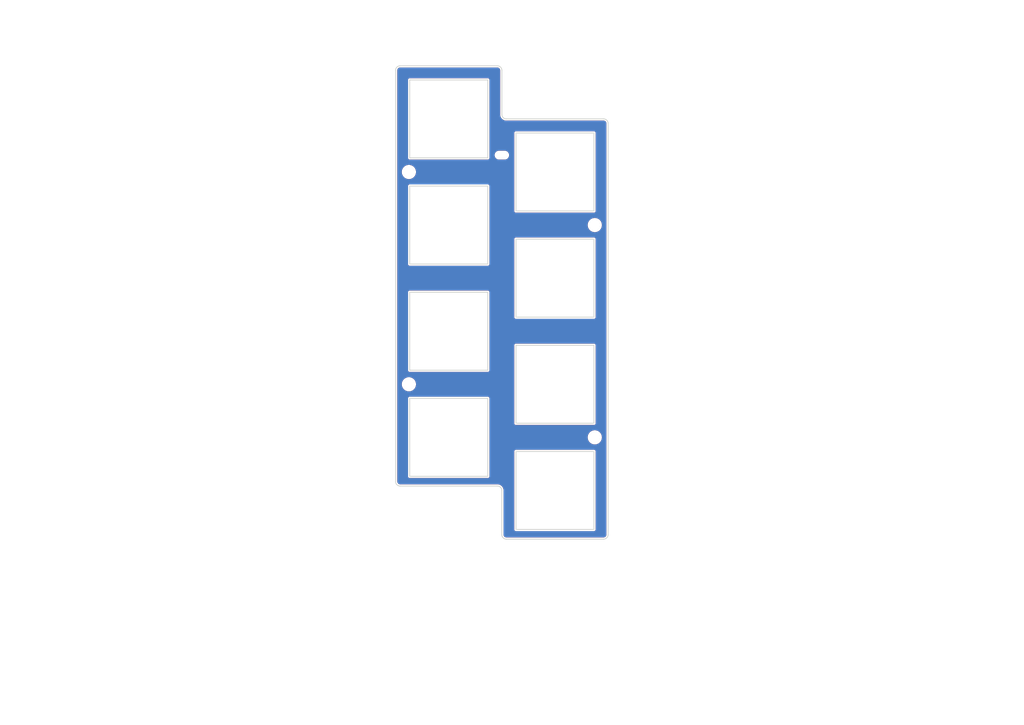
<source format=kicad_pcb>
(kicad_pcb (version 20210228) (generator pcbnew)
  (title_block (rev "1") (company "@e3w2q"))
  (layers (0 "F.Cu" signal) (31 "B.Cu" signal) (34 "B.Paste" user) (35 "F.Paste" user) (36 "B.SilkS" user "B.Silkscreen") (37 "F.SilkS" user "F.Silkscreen") (38 "B.Mask" user) (39 "F.Mask" user) (44 "Edge.Cuts" user))
  (net 0 "")
  (footprint "#footprint:Keyswitch_Plate_Hole" (layer "F.Cu") (at 121.840625 90.4875)
    (fp_text reference "SW13" hide)
    (fp_text value "SW_Push" hide)
    (fp_line (start 7 -7) (end -7 -7) (layer "Edge.Cuts") (width 0.15))
    (fp_line (start -7 -7) (end -7 7) (layer "Edge.Cuts") (width 0.15))
    (fp_line (start 7 7) (end -7 7) (layer "Edge.Cuts") (width 0.15))
    (fp_line (start 7 -7) (end 7 7) (layer "Edge.Cuts") (width 0.15))
  )
  (footprint "#footprint:M2_Hole" (layer "F.Cu") (at 131.365625 58.8875)
    (fp_text reference "H6" hide)
    (fp_text value "MountingHole" hide)
    (pad "" np_thru_hole oval (at 0 0) (size 2 1) (drill oval 2 1) (layers F&B.Cu *.Mask))
  )
  (footprint "#footprint:M2_Hole" (layer "F.Cu") (at 114.6969 100.0125)
    (fp_text reference "H13" hide)
    (fp_text value "MountingHole" hide)
    (pad "" np_thru_hole circle (at 0 0) (size 1.95 1.95) (drill 1.95) (layers F&B.Cu *.Mask))
  )
  (footprint "#footprint:M2_Hole" (layer "F.Cu") (at 148.034425 71.4375)
    (fp_text reference "H11" hide)
    (fp_text value "MountingHole" hide)
    (pad "" np_thru_hole circle (at 0 0) (size 1.95 1.95) (drill 1.95) (layers F&B.Cu *.Mask))
  )
  (footprint "#footprint:M2_Hole" (layer "F.Cu") (at 148.034425 109.5375)
    (fp_text reference "H12" hide)
    (fp_text value "MountingHole" hide)
    (pad "" np_thru_hole circle (at 0 0) (size 1.95 1.95) (drill 1.95) (layers F&B.Cu *.Mask))
  )
  (footprint "#footprint:Keyswitch_Plate_Hole" (layer "F.Cu") (at 140.890625 80.9625)
    (fp_text reference "SW8" hide)
    (fp_text value "SW_Push" hide)
    (fp_line (start 7 7) (end -7 7) (layer "Edge.Cuts") (width 0.15))
    (fp_line (start 7 -7) (end -7 -7) (layer "Edge.Cuts") (width 0.15))
    (fp_line (start -7 -7) (end -7 7) (layer "Edge.Cuts") (width 0.15))
    (fp_line (start 7 -7) (end 7 7) (layer "Edge.Cuts") (width 0.15))
  )
  (footprint "#footprint:Keyswitch_Plate_Hole" (layer "F.Cu") (at 121.840625 109.5375)
    (fp_text reference "SW19" hide)
    (fp_text value "SW_Push" hide)
    (fp_line (start 7 -7) (end -7 -7) (layer "Edge.Cuts") (width 0.15))
    (fp_line (start -7 -7) (end -7 7) (layer "Edge.Cuts") (width 0.15))
    (fp_line (start 7 7) (end -7 7) (layer "Edge.Cuts") (width 0.15))
    (fp_line (start 7 -7) (end 7 7) (layer "Edge.Cuts") (width 0.15))
  )
  (footprint "#footprint:Keyswitch_Plate_Hole" (layer "F.Cu") (at 140.890625 100.0125)
    (fp_text reference "SW14" hide)
    (fp_text value "SW_Push" hide)
    (fp_line (start 7 -7) (end -7 -7) (layer "Edge.Cuts") (width 0.15))
    (fp_line (start 7 7) (end -7 7) (layer "Edge.Cuts") (width 0.15))
    (fp_line (start -7 -7) (end -7 7) (layer "Edge.Cuts") (width 0.15))
    (fp_line (start 7 -7) (end 7 7) (layer "Edge.Cuts") (width 0.15))
  )
  (footprint "#footprint:Keyswitch_Plate_Hole" (layer "F.Cu") (at 121.840625 71.4375)
    (fp_text reference "SW7" hide)
    (fp_text value "SW_Push" hide)
    (fp_line (start 7 -7) (end 7 7) (layer "Edge.Cuts") (width 0.15))
    (fp_line (start 7 7) (end -7 7) (layer "Edge.Cuts") (width 0.15))
    (fp_line (start -7 -7) (end -7 7) (layer "Edge.Cuts") (width 0.15))
    (fp_line (start 7 -7) (end -7 -7) (layer "Edge.Cuts") (width 0.15))
  )
  (footprint "#footprint:Keyswitch_Plate_Hole" (layer "F.Cu") (at 121.840625 52.3875)
    (fp_text reference "SW1" hide)
    (fp_text value "SW_Push" hide)
    (fp_line (start -7 -7) (end -7 7) (layer "Edge.Cuts") (width 0.15))
    (fp_line (start 7 -7) (end 7 7) (layer "Edge.Cuts") (width 0.15))
    (fp_line (start 7 -7) (end -7 -7) (layer "Edge.Cuts") (width 0.15))
    (fp_line (start 7 7) (end -7 7) (layer "Edge.Cuts") (width 0.15))
  )
  (footprint "#footprint:M2_Hole" (layer "F.Cu") (at 114.6969 61.9125)
    (fp_text reference "H14" hide)
    (fp_text value "MountingHole" hide)
    (pad "" np_thru_hole circle (at 0 0) (size 1.95 1.95) (drill 1.95) (layers F&B.Cu *.Mask))
  )
  (footprint "#footprint:Keyswitch_Plate_Hole" (layer "F.Cu") (at 140.890625 119.0625)
    (fp_text reference "SW20" hide)
    (fp_text value "SW_Push" hide)
    (fp_line (start -7 -7) (end -7 7) (layer "Edge.Cuts") (width 0.15))
    (fp_line (start 7 7) (end -7 7) (layer "Edge.Cuts") (width 0.15))
    (fp_line (start 7 -7) (end -7 -7) (layer "Edge.Cuts") (width 0.15))
    (fp_line (start 7 -7) (end 7 7) (layer "Edge.Cuts") (width 0.15))
  )
  (footprint "#footprint:Keyswitch_Plate_Hole" (layer "F.Cu") (at 140.890625 61.9125)
    (fp_text reference "SW2" hide)
    (fp_text value "SW_Push" hide)
    (fp_line (start 7 -7) (end 7 7) (layer "Edge.Cuts") (width 0.15))
    (fp_line (start 7 -7) (end -7 -7) (layer "Edge.Cuts") (width 0.15))
    (fp_line (start -7 -7) (end -7 7) (layer "Edge.Cuts") (width 0.15))
    (fp_line (start 7 7) (end -7 7) (layer "Edge.Cuts") (width 0.15))
  )
  (gr_arc (start 149.621875 53.18125) (end 149.621875 52.3875) (angle 90) (layer "Edge.Cuts") (width 0.15))
  (gr_arc (start 113.109375 117.475) (end 112.315625 117.475) (angle -90) (layer "Edge.Cuts") (width 0.15))
  (gr_line (start 131.365625 127) (end 131.365625 119.0625) (layer "Edge.Cuts") (width 0.15))
  (gr_line (start 149.621875 52.3875) (end 132.159375 52.3875) (layer "Edge.Cuts") (width 0.15))
  (gr_arc (start 130.571875 119.0625) (end 131.365625 119.0625) (angle -90) (layer "Edge.Cuts") (width 0.15))
  (gr_arc (start 149.621875 127) (end 150.415625 127) (angle 90) (layer "Edge.Cuts") (width 0.15))
  (gr_arc (start 132.159375 51.59375) (end 131.365625 51.59375) (angle -90) (layer "Edge.Cuts") (width 0.15))
  (gr_arc (start 130.571875 43.65625) (end 131.365625 43.65625) (angle -90) (layer "Edge.Cuts") (width 0.15))
  (gr_line (start 150.415625 53.18125) (end 150.415625 127) (layer "Edge.Cuts") (width 0.15))
  (gr_line (start 112.315625 43.65625) (end 112.315625 117.475) (layer "Edge.Cuts") (width 0.15))
  (gr_line (start 130.571875 42.8625) (end 113.109375 42.8625) (layer "Edge.Cuts") (width 0.15))
  (gr_arc (start 113.109375 43.65625) (end 113.109375 42.8625) (angle -90) (layer "Edge.Cuts") (width 0.15))
  (gr_line (start 130.571875 118.26875) (end 113.109375 118.26875) (layer "Edge.Cuts") (width 0.15))
  (gr_line (start 132.159375 127.79375) (end 149.621875 127.79375) (layer "Edge.Cuts") (width 0.15))
  (gr_arc (start 132.159375 127) (end 131.365625 127) (angle -90) (layer "Edge.Cuts") (width 0.15))
  (gr_line (start 131.365625 43.65625) (end 131.365625 51.59375) (layer "Edge.Cuts") (width 0.15))
  (zone (net 0) (net_name "") (layers F&B.Cu) (connect_pads (clearance 0.3)) (min_thickness 0.254) (fill yes (thermal_gap 0.508) (thermal_bridge_width 0.508))
    (polygon (pts (xy 225.028125 161.13125) (xy 41.365625 161.13125) (xy 41.365625 31.046875) (xy 225.028125 31.046875)))
  )
)
</source>
